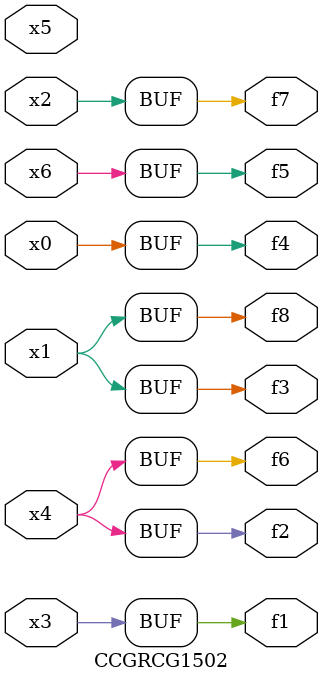
<source format=v>
module CCGRCG1502(
	input x0, x1, x2, x3, x4, x5, x6,
	output f1, f2, f3, f4, f5, f6, f7, f8
);
	assign f1 = x3;
	assign f2 = x4;
	assign f3 = x1;
	assign f4 = x0;
	assign f5 = x6;
	assign f6 = x4;
	assign f7 = x2;
	assign f8 = x1;
endmodule

</source>
